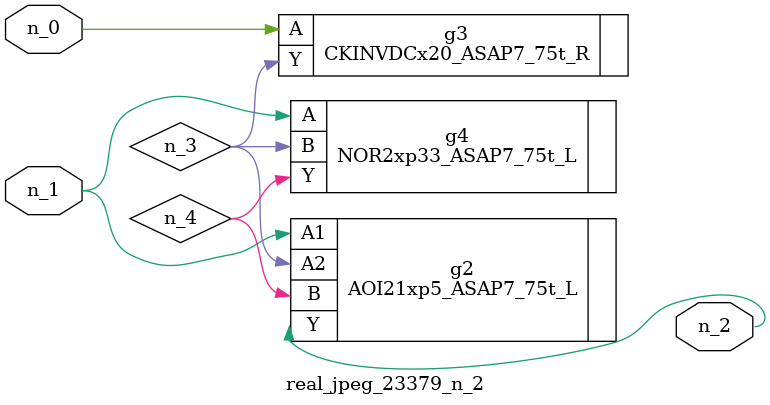
<source format=v>
module real_jpeg_23379_n_2 (n_1, n_0, n_2);

input n_1;
input n_0;

output n_2;

wire n_4;
wire n_3;

CKINVDCx20_ASAP7_75t_R g3 ( 
.A(n_0),
.Y(n_3)
);

AOI21xp5_ASAP7_75t_L g2 ( 
.A1(n_1),
.A2(n_3),
.B(n_4),
.Y(n_2)
);

NOR2xp33_ASAP7_75t_L g4 ( 
.A(n_1),
.B(n_3),
.Y(n_4)
);


endmodule
</source>
